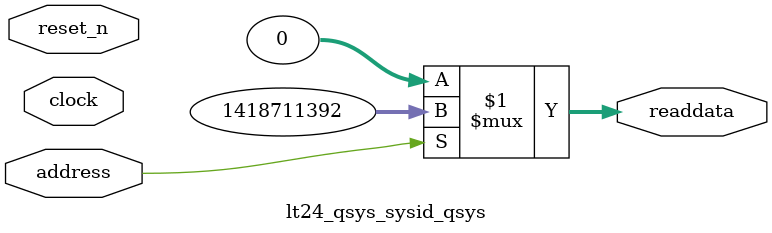
<source format=v>

`timescale 1ns / 1ps
// synthesis translate_on

// turn off superfluous verilog processor warnings 
// altera message_level Level1 
// altera message_off 10034 10035 10036 10037 10230 10240 10030 

module lt24_qsys_sysid_qsys (
               // inputs:
                address,
                clock,
                reset_n,

               // outputs:
                readdata
             )
;

  output  [ 31: 0] readdata;
  input            address;
  input            clock;
  input            reset_n;

  wire    [ 31: 0] readdata;
  //control_slave, which is an e_avalon_slave
  assign readdata = address ? 1418711392 : 0;

endmodule




</source>
